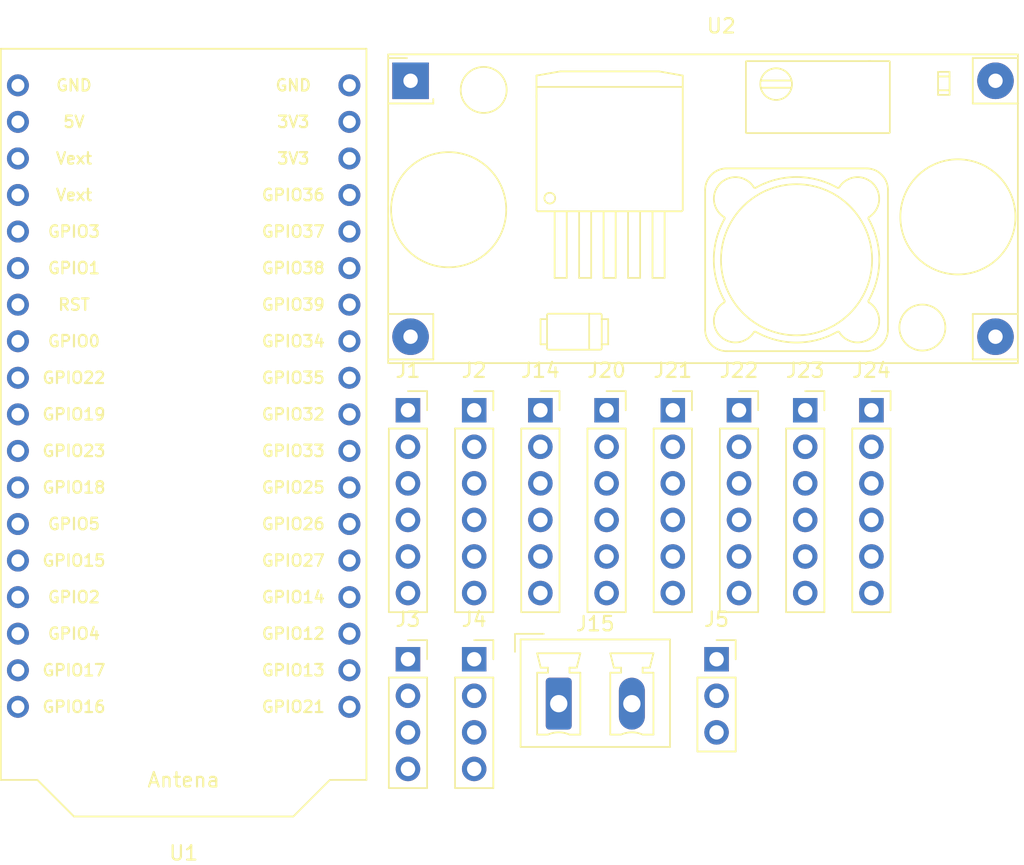
<source format=kicad_pcb>
(kicad_pcb (version 20221018) (generator pcbnew)
  (layers (0 "F.Cu" signal) (31 "B.Cu" signal) (34 "B.Paste" user) (35 "F.Paste" user) (36 "B.SilkS" user "B.Silkscreen") (37 "F.SilkS" user "F.Silkscreen") (38 "B.Mask" user) (39 "F.Mask" user) (44 "Edge.Cuts" user))
  (net 0 "")
  (net 3 "Net-(J1-Pin_3)")
  (net 4 "Net-(J1-Pin_4)")
  (net 5 "GND")
  (net 6 "+3.3V")
  (net 7 "+5V")
  (net 8 "Net-(J2-Pin_3)")
  (net 9 "Net-(J2-Pin_4)")
  (net 10 "Net-(J10-Pin_2)")
  (net 11 "Net-(J11-Pin_2)")
  (net 12 "Net-(J18-Pin_2)")
  (net 13 "Net-(J19-Pin_2)")
  (net 14 "Net-(J4-GPIO21)")
  (net 16 "Net-(J13-Pin_2)")
  (net 17 "+12V")
  (net 18 "GNDREF")
  (net 21 "TX")
  (net 22 "RX")
  (net 27 "GPIO23")
  (net 30 "GPIO15")
  (net 32 "GPIO4")
  (net 33 "GPIO17")
  (net 35 "GPIO21")
  (net 36 "GPIO13")
  (net 37 "GPIO12")
  (footprint "Connector_PinSocket_2.54mm:PinSocket_1x06_P2.54mm_Vertical" (layer "F.Cu") (at 127.82 82.55)
    (fp_text reference "J1" (at 0 -2.77) (layer "F.SilkS"))
    (fp_text value "RTCLOCK")
    (fp_line (start -1.33 1.27) (end -1.33 14.03) (stroke (width 0.12)) (layer "F.SilkS"))
    (fp_line (start -1.33 1.27) (end 1.33 1.27) (stroke (width 0.12)) (layer "F.SilkS"))
    (fp_line (start -1.33 14.03) (end 1.33 14.03) (stroke (width 0.12)) (layer "F.SilkS"))
    (fp_line (start 0 -1.33) (end 1.33 -1.33) (stroke (width 0.12)) (layer "F.SilkS"))
    (fp_line (start 1.33 -1.33) (end 1.33 0) (stroke (width 0.12)) (layer "F.SilkS"))
    (fp_line (start 1.33 1.27) (end 1.33 14.03) (stroke (width 0.12)) (layer "F.SilkS"))
    (pad "1" thru_hole rect (at 0 0) (size 1.7 1.7) (drill 1) (layers "*.Cu" "*.Mask"))
    (pad "2" thru_hole oval (at 0 2.54) (size 1.7 1.7) (drill 1) (layers "*.Cu" "*.Mask"))
    (pad "3" thru_hole oval (at 0 5.08) (size 1.7 1.7) (drill 1) (layers "*.Cu" "*.Mask") (net 3 "Net-(J1-Pin_3)"))
    (pad "4" thru_hole oval (at 0 7.62) (size 1.7 1.7) (drill 1) (layers "*.Cu" "*.Mask") (net 4 "Net-(J1-Pin_4)"))
    (pad "5" thru_hole oval (at 0 10.16) (size 1.7 1.7) (drill 1) (layers "*.Cu" "*.Mask") (net 5 "GND"))
    (pad "6" thru_hole oval (at 0 12.7) (size 1.7 1.7) (drill 1) (layers "*.Cu" "*.Mask") (net 6 "+3.3V"))
  )
  (footprint "Connector_PinSocket_2.54mm:PinSocket_1x06_P2.54mm_Vertical" (layer "F.Cu") (at 141.62 82.55)
    (fp_text reference "J20" (at 0 -2.77) (layer "F.SilkS"))
    (fp_text value "Conn_01x06_Socket")
    (fp_line (start -1.33 1.27) (end -1.33 14.03) (stroke (width 0.12)) (layer "F.SilkS"))
    (fp_line (start -1.33 1.27) (end 1.33 1.27) (stroke (width 0.12)) (layer "F.SilkS"))
    (fp_line (start -1.33 14.03) (end 1.33 14.03) (stroke (width 0.12)) (layer "F.SilkS"))
    (fp_line (start 0 -1.33) (end 1.33 -1.33) (stroke (width 0.12)) (layer "F.SilkS"))
    (fp_line (start 1.33 -1.33) (end 1.33 0) (stroke (width 0.12)) (layer "F.SilkS"))
    (fp_line (start 1.33 1.27) (end 1.33 14.03) (stroke (width 0.12)) (layer "F.SilkS"))
    (pad "1" thru_hole rect (at 0 0) (size 1.7 1.7) (drill 1) (layers "*.Cu" "*.Mask") (net 18 "GNDREF"))
    (pad "2" thru_hole oval (at 0 2.54) (size 1.7 1.7) (drill 1) (layers "*.Cu" "*.Mask") (net 18 "GNDREF"))
    (pad "3" thru_hole oval (at 0 5.08) (size 1.7 1.7) (drill 1) (layers "*.Cu" "*.Mask") (net 18 "GNDREF"))
    (pad "4" thru_hole oval (at 0 7.62) (size 1.7 1.7) (drill 1) (layers "*.Cu" "*.Mask") (net 18 "GNDREF"))
    (pad "5" thru_hole oval (at 0 10.16) (size 1.7 1.7) (drill 1) (layers "*.Cu" "*.Mask") (net 18 "GNDREF"))
    (pad "6" thru_hole oval (at 0 12.7) (size 1.7 1.7) (drill 1) (layers "*.Cu" "*.Mask") (net 18 "GNDREF"))
  )
  (footprint "Connector_PinSocket_2.54mm:PinSocket_1x06_P2.54mm_Vertical" (layer "F.Cu") (at 150.82 82.55)
    (fp_text reference "J22" (at 0 -2.77) (layer "F.SilkS"))
    (fp_text value "Conn_01x06_Socket")
    (fp_line (start -1.33 1.27) (end -1.33 14.03) (stroke (width 0.12)) (layer "F.SilkS"))
    (fp_line (start -1.33 1.27) (end 1.33 1.27) (stroke (width 0.12)) (layer "F.SilkS"))
    (fp_line (start -1.33 14.03) (end 1.33 14.03) (stroke (width 0.12)) (layer "F.SilkS"))
    (fp_line (start 0 -1.33) (end 1.33 -1.33) (stroke (width 0.12)) (layer "F.SilkS"))
    (fp_line (start 1.33 -1.33) (end 1.33 0) (stroke (width 0.12)) (layer "F.SilkS"))
    (fp_line (start 1.33 1.27) (end 1.33 14.03) (stroke (width 0.12)) (layer "F.SilkS"))
    (pad "1" thru_hole rect (at 0 0) (size 1.7 1.7) (drill 1) (layers "*.Cu" "*.Mask") (net 5 "GND"))
    (pad "2" thru_hole oval (at 0 2.54) (size 1.7 1.7) (drill 1) (layers "*.Cu" "*.Mask") (net 5 "GND"))
    (pad "3" thru_hole oval (at 0 5.08) (size 1.7 1.7) (drill 1) (layers "*.Cu" "*.Mask") (net 5 "GND"))
    (pad "4" thru_hole oval (at 0 7.62) (size 1.7 1.7) (drill 1) (layers "*.Cu" "*.Mask") (net 5 "GND"))
    (pad "5" thru_hole oval (at 0 10.16) (size 1.7 1.7) (drill 1) (layers "*.Cu" "*.Mask") (net 5 "GND"))
    (pad "6" thru_hole oval (at 0 12.7) (size 1.7 1.7) (drill 1) (layers "*.Cu" "*.Mask") (net 5 "GND"))
  )
  (footprint "Connector_PinSocket_2.54mm:PinSocket_1x06_P2.54mm_Vertical" (layer "F.Cu") (at 132.42 82.55)
    (fp_text reference "J2" (at 0 -2.77) (layer "F.SilkS"))
    (fp_text value "SDCARD")
    (fp_line (start -1.33 1.27) (end -1.33 14.03) (stroke (width 0.12)) (layer "F.SilkS"))
    (fp_line (start -1.33 1.27) (end 1.33 1.27) (stroke (width 0.12)) (layer "F.SilkS"))
    (fp_line (start -1.33 14.03) (end 1.33 14.03) (stroke (width 0.12)) (layer "F.SilkS"))
    (fp_line (start 0 -1.33) (end 1.33 -1.33) (stroke (width 0.12)) (layer "F.SilkS"))
    (fp_line (start 1.33 -1.33) (end 1.33 0) (stroke (width 0.12)) (layer "F.SilkS"))
    (fp_line (start 1.33 1.27) (end 1.33 14.03) (stroke (width 0.12)) (layer "F.SilkS"))
    (pad "1" thru_hole rect (at 0 0) (size 1.7 1.7) (drill 1) (layers "*.Cu" "*.Mask") (net 5 "GND"))
    (pad "2" thru_hole oval (at 0 2.54) (size 1.7 1.7) (drill 1) (layers "*.Cu" "*.Mask") (net 7 "+5V"))
    (pad "3" thru_hole oval (at 0 5.08) (size 1.7 1.7) (drill 1) (layers "*.Cu" "*.Mask") (net 8 "Net-(J2-Pin_3)"))
    (pad "4" thru_hole oval (at 0 7.62) (size 1.7 1.7) (drill 1) (layers "*.Cu" "*.Mask") (net 9 "Net-(J2-Pin_4)"))
    (pad "5" thru_hole oval (at 0 10.16) (size 1.7 1.7) (drill 1) (layers "*.Cu" "*.Mask") (net 10 "Net-(J10-Pin_2)"))
    (pad "6" thru_hole oval (at 0 12.7) (size 1.7 1.7) (drill 1) (layers "*.Cu" "*.Mask") (net 11 "Net-(J11-Pin_2)"))
  )
  (footprint "Footprints:YAAJ_DCDC_StepDown_LM2596" (layer "F.Cu") (at 128 59.66)
    (fp_text reference "U2" (at 21.59 -3.81) (layer "F.SilkS"))
    (fp_text value "YAAJ_DCDC_StepDown_LM2596")
    (fp_line (start -1.555 -1.835) (end -1.555 19.615) (stroke (width 0.12)) (layer "F.SilkS"))
    (fp_line (start -1.555 19.615) (end 42.195 19.615) (stroke (width 0.12)) (layer "F.SilkS"))
    (fp_line (start -1.55 -1.58) (end -0.25 -1.58) (stroke (width 0.12)) (layer "F.SilkS"))
    (fp_line (start -1.55 1.575) (end 1.58 1.58) (stroke (width 0.12)) (layer "F.SilkS"))
    (fp_line (start -1.55 16.2) (end 1.58 16.2) (stroke (width 0.12)) (layer "F.SilkS"))
    (fp_line (start -1.55 19.36) (end 1.58 19.36) (stroke (width 0.12)) (layer "F.SilkS"))
    (fp_line (start 1.58 1.27) (end 1.58 1.58) (stroke (width 0.12)) (layer "F.SilkS"))
    (fp_line (start 1.58 16.2) (end 1.58 19.36) (stroke (width 0.12)) (layer "F.SilkS"))
    (fp_line (start 8.749233 1.004149) (end 8.749233 1.165687) (stroke (width 0.12)) (layer "F.SilkS"))
    (fp_line (start 8.750233 -0.36239) (end 10.400233 -0.653329) (stroke (width 0.12)) (layer "F.SilkS"))
    (fp_line (start 8.750233 8.989106) (end 8.750233 -0.36239) (stroke (width 0.12)) (layer "F.SilkS"))
    (fp_line (start 8.750233 8.989106) (end 8.827797 9.06667) (stroke (width 0.12)) (layer "F.SilkS"))
    (fp_line (start 8.827797 9.06667) (end 18.83267 9.06667) (stroke (width 0.12)) (layer "F.SilkS"))
    (fp_line (start 9.031636 16.558217) (end 9.481636 16.558217) (stroke (width 0.12)) (layer "F.SilkS"))
    (fp_line (start 9.031636 18.308217) (end 9.031636 16.558217) (stroke (width 0.12)) (layer "F.SilkS"))
    (fp_line (start 9.481636 18.308217) (end 9.031636 18.308217) (stroke (width 0.12)) (layer "F.SilkS"))
    (fp_line (start 9.481636 18.583217) (end 9.481636 16.283217) (stroke (width 0.12)) (layer "F.SilkS"))
    (fp_line (start 9.581636 16.183217) (end 13.181636 16.183217) (stroke (width 0.12)) (layer "F.SilkS"))
    (fp_line (start 10.010233 13.69667) (end 10.010233 9.06667) (stroke (width 0.12)) (layer "F.SilkS"))
    (fp_line (start 10.010233 13.69667) (end 10.850233 13.69667) (stroke (width 0.12)) (layer "F.SilkS"))
    (fp_line (start 10.400233 -0.653329) (end 17.260233 -0.653329) (stroke (width 0.12)) (layer "F.SilkS"))
    (fp_line (start 10.850233 13.69667) (end 10.850233 9.06667) (stroke (width 0.12)) (layer "F.SilkS"))
    (fp_line (start 11.710233 13.69667) (end 11.710233 9.06667) (stroke (width 0.12)) (layer "F.SilkS"))
    (fp_line (start 11.710233 13.69667) (end 12.550233 13.69667) (stroke (width 0.12)) (layer "F.SilkS"))
    (fp_line (start 12.411358 16.283217) (end 12.411358 18.583217) (stroke (width 0.12)) (layer "F.SilkS"))
    (fp_line (start 12.550233 13.69667) (end 12.550233 9.06667) (stroke (width 0.12)) (layer "F.SilkS"))
    (fp_line (start 13.181636 18.683217) (end 9.581636 18.683217) (stroke (width 0.12)) (layer "F.SilkS"))
    (fp_line (start 13.281636 16.283217) (end 13.281636 18.583217) (stroke (width 0.12)) (layer "F.SilkS"))
    (fp_line (start 13.281636 16.558217) (end 13.731636 16.558217) (stroke (width 0.12)) (layer "F.SilkS"))
    (fp_line (start 13.282636 16.794696) (end 13.282636 16.700144) (stroke (width 0.12)) (layer "F.SilkS"))
    (fp_line (start 13.410233 13.69667) (end 13.410233 9.06667) (stroke (width 0.12)) (layer "F.SilkS"))
    (fp_line (start 13.410233 13.69667) (end 14.250233 13.69667) (stroke (width 0.12)) (layer "F.SilkS"))
    (fp_line (start 13.731636 16.558217) (end 13.731636 18.308217) (stroke (width 0.12)) (layer "F.SilkS"))
    (fp_line (start 13.731636 18.308217) (end 13.281636 18.308217) (stroke (width 0.12)) (layer "F.SilkS"))
    (fp_line (start 14.250233 13.69667) (end 14.250233 9.06667) (stroke (width 0.12)) (layer "F.SilkS"))
    (fp_line (start 15.110233 13.69667) (end 15.110233 9.06667) (stroke (width 0.12)) (layer "F.SilkS"))
    (fp_line (start 15.110233 13.69667) (end 15.950233 13.69667) (stroke (width 0.12)) (layer "F.SilkS"))
    (fp_line (start 15.950233 13.69667) (end 15.950233 9.06667) (stroke (width 0.12)) (layer "F.SilkS"))
    (fp_line (start 16.810233 13.69667) (end 16.810233 9.06667) (stroke (width 0.12)) (layer "F.SilkS"))
    (fp_line (start 16.810233 13.69667) (end 17.650233 13.69667) (stroke (width 0.12)) (layer "F.SilkS"))
    (fp_line (start 17.260233 -0.653329) (end 18.910233 -0.36239) (stroke (width 0.12)) (layer "F.SilkS"))
    (fp_line (start 17.650233 13.69667) (end 17.650233 9.06667) (stroke (width 0.12)) (layer "F.SilkS"))
    (fp_line (start 18.83267 9.06667) (end 18.910233 8.989106) (stroke (width 0.12)) (layer "F.SilkS"))
    (fp_line (start 18.910233 0.42667) (end 8.750233 0.42667) (stroke (width 0.12)) (layer "F.SilkS"))
    (fp_line (start 18.910233 8.989106) (end 18.910233 -0.36239) (stroke (width 0.12)) (layer "F.SilkS"))
    (fp_line (start 20.467397 7.585796) (end 20.467397 17.285796) (stroke (width 0.12)) (layer "F.SilkS"))
    (fp_line (start 21.967397 18.785796) (end 31.667397 18.785796) (stroke (width 0.12)) (layer "F.SilkS"))
    (fp_line (start 23.299783 3.582294) (end 23.299783 -1.317705) (stroke (width 0.12)) (layer "F.SilkS"))
    (fp_line (start 23.349783 -1.367705) (end 33.249783 -1.367705) (stroke (width 0.12)) (layer "F.SilkS"))
    (fp_line (start 24.336385 -0.0491) (end 24.360553 -0.017705) (stroke (width 0.12)) (layer "F.SilkS"))
    (fp_line (start 24.348594 0.007294) (end 24.324147 0.002062) (stroke (width 0.12)) (layer "F.SilkS"))
    (fp_line (start 24.348594 0.007294) (end 24.355764 -0.023925) (stroke (width 0.12)) (layer "F.SilkS"))
    (fp_line (start 24.348594 0.007294) (end 24.360553 -0.017705) (stroke (width 0.12)) (layer "F.SilkS"))
    (fp_line (start 24.360553 0.482294) (end 26.439014 0.482294) (stroke (width 0.12)) (layer "F.SilkS"))
    (fp_line (start 26.439014 -0.017705) (end 24.360553 -0.017705) (stroke (width 0.12)) (layer "F.SilkS"))
    (fp_line (start 31.667397 6.085796) (end 21.967397 6.085796) (stroke (width 0.12)) (layer "F.SilkS"))
    (fp_line (start 31.858978 -1.368705) (end 31.814106 -1.368705) (stroke (width 0.12)) (layer "F.SilkS"))
    (fp_line (start 31.942312 -1.368705) (end 31.908357 -1.368705) (stroke (width 0.12)) (layer "F.SilkS"))
    (fp_line (start 33.167397 17.285796) (end 33.167397 7.585796) (stroke (width 0.12)) (layer "F.SilkS"))
    (fp_line (start 33.249783 3.632294) (end 23.349783 3.632294) (stroke (width 0.12)) (layer "F.SilkS"))
    (fp_line (start 33.299783 -1.317705) (end 33.299783 3.582294) (stroke (width 0.12)) (layer "F.SilkS"))
    (fp_line (start 36.648681 -0.299704) (end 37.448681 -0.299704) (stroke (width 0.12)) (layer "F.SilkS"))
    (fp_line (start 36.648681 0.980295) (end 36.648681 -0.619704) (stroke (width 0.12)) (layer "F.SilkS"))
    (fp_line (start 37.448681 -0.619704) (end 36.648681 -0.619704) (stroke (width 0.12)) (layer "F.SilkS"))
    (fp_line (start 37.448681 -0.619704) (end 37.448681 0.980295) (stroke (width 0.12)) (layer "F.SilkS"))
    (fp_line (start 37.448681 0.660295) (end 36.648681 0.660295) (stroke (width 0.12)) (layer "F.SilkS"))
    (fp_line (start 37.448681 0.980295) (end 36.648681 0.980295) (stroke (width 0.12)) (layer "F.SilkS"))
    (fp_line (start 39.06 -1.58) (end 42.175 -1.58) (stroke (width 0.12)) (layer "F.SilkS"))
    (fp_line (start 39.06 1.58) (end 39.06 -1.58) (stroke (width 0.12)) (layer "F.SilkS"))
    (fp_line (start 39.06 1.58) (end 42.22 1.58) (stroke (width 0.12)) (layer "F.SilkS"))
    (fp_line (start 39.06 16.2) (end 42.175 16.2) (stroke (width 0.12)) (layer "F.SilkS"))
    (fp_line (start 39.06 19.36) (end 39.06 16.2) (stroke (width 0.12)) (layer "F.SilkS"))
    (fp_line (start 39.06 19.36) (end 42.175 19.36) (stroke (width 0.12)) (layer "F.SilkS"))
    (fp_line (start 42.195 -1.835) (end -1.555 -1.835) (stroke (width 0.12)) (layer "F.SilkS"))
    (fp_line (start 42.195 19.615) (end 42.195 -1.835) (stroke (width 0.12)) (layer "F.SilkS"))
    (fp_arc (start 9.481636 16.283217) (mid 9.510925 16.212506) (end 9.581636 16.183217) (stroke (width 0.12)) (layer "F.SilkS"))
    (fp_arc (start 9.581636 18.683217) (mid 9.510925 18.653928) (end 9.481636 18.583217) (stroke (width 0.12)) (layer "F.SilkS"))
    (fp_arc (start 13.181636 16.183217) (mid 13.252347 16.212506) (end 13.281636 16.283217) (stroke (width 0.12)) (layer "F.SilkS"))
    (fp_arc (start 13.281636 18.583217) (mid 13.252347 18.653928) (end 13.181636 18.683217) (stroke (width 0.12)) (layer "F.SilkS"))
    (fp_arc (start 20.467397 7.585796) (mid 20.906737 6.525136) (end 21.967397 6.085796) (stroke (width 0.12)) (layer "F.SilkS"))
    (fp_arc (start 21.781131 9.46601) (mid 21.825145 9.526245) (end 21.815218 9.600183) (stroke (width 0.12)) (layer "F.SilkS"))
    (fp_arc (start 21.781132 9.466011) (mid 21.514096 7.132496) (end 23.847611 7.399531) (stroke (width 0.12)) (layer "F.SilkS"))
    (fp_arc (start 21.815217 15.271409) (mid 21.825145 15.345347) (end 21.781132 15.405582) (stroke (width 0.12)) (layer "F.SilkS"))
    (fp_arc (start 21.815218 15.27141) (mid 21.067397 12.435796) (end 21.815218 9.600183) (stroke (width 0.12)) (layer "F.SilkS"))
    (fp_arc (start 21.967397 18.785796) (mid 20.906737 18.346456) (end 20.467397 17.285796) (stroke (width 0.12)) (layer "F.SilkS"))
    (fp_arc (start 23.299783 -1.317705) (mid 23.314428 -1.35306) (end 23.349783 -1.367705) (stroke (width 0.12)) (layer "F.SilkS"))
    (fp_arc (start 23.349783 3.632294) (mid 23.314428 3.617649) (end 23.299783 3.582294) (stroke (width 0.12)) (layer "F.SilkS"))
    (fp_arc (start 23.847611 17.472062) (mid 21.514095 17.739097) (end 21.781132 15.405582) (stroke (width 0.12)) (layer "F.SilkS"))
    (fp_arc (start 23.847611 17.472062) (mid 23.907845 17.428049) (end 23.981783 17.437976) (stroke (width 0.12)) (layer "F.SilkS"))
    (fp_arc (start 23.981783 7.433617) (mid 23.907845 7.443544) (end 23.847611 7.399531) (stroke (width 0.12)) (layer "F.SilkS"))
    (fp_arc (start 23.981784 7.433617) (mid 26.817397 6.685796) (end 29.653011 7.433617) (stroke (width 0.12)) (layer "F.SilkS"))
    (fp_arc (start 24.324148 0.462527) (mid 26.469605 -0.023594) (end 24.336385 0.51369) (stroke (width 0.12)) (layer "F.SilkS"))
    (fp_arc (start 29.653011 17.437976) (mid 26.817397 18.185797) (end 23.981783 17.437976) (stroke (width 0.12)) (layer "F.SilkS"))
    (fp_arc (start 29.653011 17.437976) (mid 29.726949 17.428049) (end 29.787183 17.472062) (stroke (width 0.12)) (layer "F.SilkS"))
    (fp_arc (start 29.787183 7.399531) (mid 29.726949 7.443544) (end 29.653011 7.433617) (stroke (width 0.12)) (layer "F.SilkS"))
    (fp_arc (start 29.787183 7.399531) (mid 32.120699 7.132496) (end 31.853662 9.466011) (stroke (width 0.12)) (layer "F.SilkS"))
    (fp_arc (start 31.667397 6.085796) (mid 32.728057 6.525136) (end 33.167397 7.585796) (stroke (width 0.12)) (layer "F.SilkS"))
    (fp_arc (start 31.819576 9.600183) (mid 32.567397 12.435796) (end 31.819576 15.27141) (stroke (width 0.12)) (layer "F.SilkS"))
    (fp_arc (start 31.819577 9.600184) (mid 31.809649 9.526246) (end 31.853662 9.466011) (stroke (width 0.12)) (layer "F.SilkS"))
    (fp_arc (start 31.853662 15.405582) (mid 32.120698 17.739097) (end 29.787183 17.472062) (stroke (width 0.12)) (layer "F.SilkS"))
    (fp_arc (start 31.853663 15.405583) (mid 31.809649 15.345348) (end 31.819576 15.27141) (stroke (width 0.12)) (layer "F.SilkS"))
    (fp_arc (start 33.167397 17.285796) (mid 32.728057 18.346456) (end 31.667397 18.785796) (stroke (width 0.12)) (layer "F.SilkS"))
    (fp_arc (start 33.249783 -1.367705) (mid 33.285138 -1.35306) (end 33.299783 -1.317705) (stroke (width 0.12)) (layer "F.SilkS"))
    (fp_arc (start 33.299783 3.582294) (mid 33.285138 3.617649) (end 33.249783 3.632294) (stroke (width 0.12)) (layer "F.SilkS"))
    (fp_circle (center 2.646666 8.957418) (end 6.646666 8.957418) (stroke (width 0.12)) (fill none) (layer "F.SilkS"))
    (fp_circle (center 5.08 0.635) (end 6.678999 0.635) (stroke (width 0.12)) (fill none) (layer "F.SilkS"))
    (fp_circle (center 9.673179 8.154594) (end 10.048179 8.154594) (stroke (width 0.12)) (fill none) (layer "F.SilkS"))
    (fp_circle (center 26.817397 12.435796) (end 32.067397 12.435796) (stroke (width 0.12)) (fill none) (layer "F.SilkS"))
    (fp_circle (center 35.56 17.145) (end 37.159 17.145) (stroke (width 0.12)) (fill none) (layer "F.SilkS"))
    (fp_circle (center 38.029307 9.455206) (end 42.029307 9.455206) (stroke (width 0.12)) (fill none) (layer "F.SilkS"))
    (pad "1" thru_hole rect (at 0 0) (size 2.54 2.54) (drill 1) (layers "*.Cu" "*.Mask") (net 17 "+12V"))
    (pad "2" thru_hole circle (at 0 17.78) (size 2.54 2.54) (drill 1) (layers "*.Cu" "*.Mask") (net 18 "GNDREF"))
    (pad "3" thru_hole circle (at 40.64 17.78) (size 2.54 2.54) (drill 1) (layers "*.Cu" "*.Mask") (net 5 "GND"))
    (pad "4" thru_hole circle (at 40.64 0) (size 2.54 2.54) (drill 1) (layers "*.Cu" "*.Mask") (net 7 "+5V"))
  )
  (footprint "Connector_PinSocket_2.54mm:PinSocket_1x06_P2.54mm_Vertical" (layer "F.Cu") (at 155.42 82.55)
    (fp_text reference "J23" (at 0 -2.77) (layer "F.SilkS"))
    (fp_text value "Conn_01x06_Socket")
    (fp_line (start -1.33 1.27) (end -1.33 14.03) (stroke (width 0.12)) (layer "F.SilkS"))
    (fp_line (start -1.33 1.27) (end 1.33 1.27) (stroke (width 0.12)) (layer "F.SilkS"))
    (fp_line (start -1.33 14.03) (end 1.33 14.03) (stroke (width 0.12)) (layer "F.SilkS"))
    (fp_line (start 0 -1.33) (end 1.33 -1.33) (stroke (width 0.12)) (layer "F.SilkS"))
    (fp_line (start 1.33 -1.33) (end 1.33 0) (stroke (width 0.12)) (layer "F.SilkS"))
    (fp_line (start 1.33 1.27) (end 1.33 14.03) (stroke (width 0.12)) (layer "F.SilkS"))
    (pad "1" thru_hole rect (at 0 0) (size 1.7 1.7) (drill 1) (layers "*.Cu" "*.Mask") (net 6 "+3.3V"))
    (pad "2" thru_hole oval (at 0 2.54) (size 1.7 1.7) (drill 1) (layers "*.Cu" "*.Mask") (net 6 "+3.3V"))
    (pad "3" thru_hole oval (at 0 5.08) (size 1.7 1.7) (drill 1) (layers "*.Cu" "*.Mask") (net 6 "+3.3V"))
    (pad "4" thru_hole oval (at 0 7.62) (size 1.7 1.7) (drill 1) (layers "*.Cu" "*.Mask") (net 6 "+3.3V"))
    (pad "5" thru_hole oval (at 0 10.16) (size 1.7 1.7) (drill 1) (layers "*.Cu" "*.Mask") (net 6 "+3.3V"))
    (pad "6" thru_hole oval (at 0 12.7) (size 1.7 1.7) (drill 1) (layers "*.Cu" "*.Mask") (net 6 "+3.3V"))
  )
  (footprint "Connector_PinSocket_2.54mm:PinSocket_1x04_P2.54mm_Vertical" (layer "F.Cu") (at 132.42 99.85)
    (fp_text reference "J4" (at 0 -2.77) (layer "F.SilkS"))
    (fp_text value "DHT11")
    (fp_line (start -1.33 1.27) (end -1.33 8.95) (stroke (width 0.12)) (layer "F.SilkS"))
    (fp_line (start -1.33 1.27) (end 1.33 1.27) (stroke (width 0.12)) (layer "F.SilkS"))
    (fp_line (start -1.33 8.95) (end 1.33 8.95) (stroke (width 0.12)) (layer "F.SilkS"))
    (fp_line (start 0 -1.33) (end 1.33 -1.33) (stroke (width 0.12)) (layer "F.SilkS"))
    (fp_line (start 1.33 -1.33) (end 1.33 0) (stroke (width 0.12)) (layer "F.SilkS"))
    (fp_line (start 1.33 1.27) (end 1.33 8.95) (stroke (width 0.12)) (layer "F.SilkS"))
    (pad "1" thru_hole rect (at 0 0) (size 1.7 1.7) (drill 1) (layers "*.Cu" "*.Mask") (net 6 "+3.3V"))
    (pad "2" thru_hole oval (at 0 2.54) (size 1.7 1.7) (drill 1) (layers "*.Cu" "*.Mask") (net 14 "Net-(J4-GPIO21)"))
    (pad "3" thru_hole oval (at 0 5.08) (size 1.7 1.7) (drill 1) (layers "*.Cu" "*.Mask"))
    (pad "4" thru_hole oval (at 0 7.62) (size 1.7 1.7) (drill 1) (layers "*.Cu" "*.Mask") (net 5 "GND"))
  )
  (footprint "Connector_PinSocket_2.54mm:PinSocket_1x06_P2.54mm_Vertical" (layer "F.Cu") (at 160.02 82.55)
    (fp_text reference "J24" (at 0 -2.77) (layer "F.SilkS"))
    (fp_text value "Conn_01x06_Socket")
    (fp_line (start -1.33 1.27) (end -1.33 14.03) (stroke (width 0.12)) (layer "F.SilkS"))
    (fp_line (start -1.33 1.27) (end 1.33 1.27) (stroke (width 0.12)) (layer "F.SilkS"))
    (fp_line (start -1.33 14.03) (end 1.33 14.03) (stroke (width 0.12)) (layer "F.SilkS"))
    (fp_line (start 0 -1.33) (end 1.33 -1.33) (stroke (width 0.12)) (layer "F.SilkS"))
    (fp_line (start 1.33 -1.33) (end 1.33 0) (stroke (width 0.12)) (layer "F.SilkS"))
    (fp_line (start 1.33 1.27) (end 1.33 14.03) (stroke (width 0.12)) (layer "F.SilkS"))
    (pad "1" thru_hole rect (at 0 0) (size 1.7 1.7) (drill 1) (layers "*.Cu" "*.Mask") (net 5 "GND"))
    (pad "2" thru_hole oval (at 0 2.54) (size 1.7 1.7) (drill 1) (layers "*.Cu" "*.Mask") (net 5 "GND"))
    (pad "3" thru_hole oval (at 0 5.08) (size 1.7 1.7) (drill 1) (layers "*.Cu" "*.Mask") (net 5 "GND"))
    (pad "4" thru_hole oval (at 0 7.62) (size 1.7 1.7) (drill 1) (layers "*.Cu" "*.Mask") (net 5 "GND"))
    (pad "5" thru_hole oval (at 0 10.16) (size 1.7 1.7) (drill 1) (layers "*.Cu" "*.Mask") (net 5 "GND"))
    (pad "6" thru_hole oval (at 0 12.7) (size 1.7 1.7) (drill 1) (layers "*.Cu" "*.Mask") (net 5 "GND"))
  )
  (footprint "Connector_PinSocket_2.54mm:PinSocket_1x03_P2.54mm_Vertical" (layer "F.Cu") (at 149.26 99.85)
    (fp_text reference "J5" (at 0 -2.77) (layer "F.SilkS"))
    (fp_text value "RELE 5V")
    (fp_line (start -1.33 1.27) (end -1.33 6.41) (stroke (width 0.12)) (layer "F.SilkS"))
    (fp_line (start -1.33 1.27) (end 1.33 1.27) (stroke (width 0.12)) (layer "F.SilkS"))
    (fp_line (start -1.33 6.41) (end 1.33 6.41) (stroke (width 0.12)) (layer "F.SilkS"))
    (fp_line (start 0 -1.33) (end 1.33 -1.33) (stroke (width 0.12)) (layer "F.SilkS"))
    (fp_line (start 1.33 -1.33) (end 1.33 0) (stroke (width 0.12)) (layer "F.SilkS"))
    (fp_line (start 1.33 1.27) (end 1.33 6.41) (stroke (width 0.12)) (layer "F.SilkS"))
    (pad "1" thru_hole rect (at 0 0) (size 1.7 1.7) (drill 1) (layers "*.Cu" "*.Mask") (net 16 "Net-(J13-Pin_2)"))
    (pad "2" thru_hole oval (at 0 2.54) (size 1.7 1.7) (drill 1) (layers "*.Cu" "*.Mask") (net 7 "+5V"))
    (pad "3" thru_hole oval (at 0 5.08) (size 1.7 1.7) (drill 1) (layers "*.Cu" "*.Mask") (net 5 "GND"))
  )
  (footprint "Connector_PinSocket_2.54mm:PinSocket_1x04_P2.54mm_Vertical" (layer "F.Cu") (at 127.82 99.85)
    (fp_text reference "J3" (at 0 -2.77) (layer "F.SilkS"))
    (fp_text value "GPS")
    (fp_line (start -1.33 1.27) (end -1.33 8.95) (stroke (width 0.12)) (layer "F.SilkS"))
    (fp_line (start -1.33 1.27) (end 1.33 1.27) (stroke (width 0.12)) (layer "F.SilkS"))
    (fp_line (start -1.33 8.95) (end 1.33 8.95) (stroke (width 0.12)) (layer "F.SilkS"))
    (fp_line (start 0 -1.33) (end 1.33 -1.33) (stroke (width 0.12)) (layer "F.SilkS"))
    (fp_line (start 1.33 -1.33) (end 1.33 0) (stroke (width 0.12)) (layer "F.SilkS"))
    (fp_line (start 1.33 1.27) (end 1.33 8.95) (stroke (width 0.12)) (layer "F.SilkS"))
    (pad "1" thru_hole rect (at 0 0) (size 1.7 1.7) (drill 1) (layers "*.Cu" "*.Mask") (net 5 "GND"))
    (pad "2" thru_hole oval (at 0 2.54) (size 1.7 1.7) (drill 1) (layers "*.Cu" "*.Mask") (net 12 "Net-(J18-Pin_2)"))
    (pad "3" thru_hole oval (at 0 5.08) (size 1.7 1.7) (drill 1) (layers "*.Cu" "*.Mask") (net 13 "Net-(J19-Pin_2)"))
    (pad "4" thru_hole oval (at 0 7.62) (size 1.7 1.7) (drill 1) (layers "*.Cu" "*.Mask") (net 6 "+3.3V"))
  )
  (footprint "Heltec_wifi_LoRa_v2:Heltec_WiFi_LoRa_V2" (layer "F.Cu") (at 112.235 85.375)
    (fp_text reference "U1" (at 0 27.94) (layer "F.SilkS"))
    (fp_text value "Heltec_Wifi_LoRa_V1")
    (fp_text user "GPIO4" (at -7.62 12.7) (layer "F.SilkS") (effects (font (size 0.8 0.8))))
    (fp_text user "GPIO18" (at -7.62 2.54) (layer "F.SilkS") (effects (font (size 0.8 0.8))))
    (fp_text user "GPIO3" (at -7.62 -15.24) (layer "F.SilkS") (effects (font (size 0.8 0.8))))
    (fp_text user "GPIO34" (at 7.62 -7.62) (layer "F.SilkS") (effects (font (size 0.8 0.8))))
    (fp_text user "GPIO13" (at 7.62 15.24) (layer "F.SilkS") (effects (font (size 0.8 0.8))))
    (fp_text user "3V3" (at 7.62 -20.32) (layer "F.SilkS") (effects (font (size 0.8 0.8))))
    (fp_text user "GPIO17" (at -7.62 15.24) (layer "F.SilkS") (effects (font (size 0.8 0.8))))
    (fp_text user "GPIO2" (at -7.62 10.16) (layer "F.SilkS") (effects (font (size 0.8 0.8))))
    (fp_text user "3V3" (at 7.62 -22.86) (layer "F.SilkS") (effects (font (size 0.8 0.8))))
    (fp_text user "RST" (at -7.62 -10.16) (layer "F.SilkS") (effects (font (size 0.8 0.8))))
    (fp_text user "Vext" (at -7.62 -17.78) (layer "F.SilkS") (effects (font (size 0.8 0.8))))
    (fp_text user "GPIO35" (at 7.62 -5.08) (layer "F.SilkS") (effects (font (size 0.8 0.8))))
    (fp_text user "GPIO36" (at 7.62 -17.78) (layer "F.SilkS") (effects (font (size 0.8 0.8))))
    (fp_text user "GPIO15" (at -7.62 7.62) (layer "F.SilkS") (effects (font (size 0.8 0.8))))
    (fp_text user "GPIO21" (at 7.62 17.78) (layer "F.SilkS") (effects (font (size 0.8 0.8))))
    (fp_text user "GPIO39" (at 7.62 -10.16) (layer "F.SilkS") (effects (font (size 0.8 0.8))))
    (fp_text user "GPIO27" (at 7.62 7.62) (layer "F.SilkS") (effects (font (size 0.8 0.8))))
    (fp_text user "GPIO22" (at -7.62 -5.08) (layer "F.SilkS") (effects (font (size 0.8 0.8))))
    (fp_text user "GPIO33" (at 7.62 0) (layer "F.SilkS") (effects (font (size 0.8 0.8))))
    (fp_text user "5V" (at -7.62 -22.86) (layer "F.SilkS") (effects (font (size 0.8 0.8))))
    (fp_text user "GND" (at -7.62 -25.4) (layer "F.SilkS") (effects (font (size 0.8 0.8))))
    (fp_text user "GPIO1" (at -7.62 -12.7) (layer "F.SilkS") (effects (font (size 0.8 0.8))))
    (fp_text user "GPIO14" (at 7.62 10.16) (layer "F.SilkS") (effects (font (size 0.8 0.8))))
    (fp_text user "GPIO5" (at -7.62 5.08) (layer "F.SilkS") (effects (font (size 0.8 0.8))))
    (fp_text user "Vext" (at -7.62 -20.32) (layer "F.SilkS") (effects (font (size 0.8 0.8))))
    (fp_text user "GPIO37" (at 7.62 -15.24) (layer "F.SilkS") (effects (font (size 0.8 0.8))))
    (fp_text user "GPIO12" (at 7.62 12.7) (layer "F.SilkS") (effects (font (size 0.8 0.8))))
    (fp_text user "GPIO26" (at 7.62 5.08) (layer "F.SilkS") (effects (font (size 0.8 0.8))))
    (fp_text user "GND" (at 7.62 -25.4) (layer "F.SilkS") (effects (font (size 0.8 0.8))))
    (fp_text user "GPIO32" (at 7.62 -2.54) (layer "F.SilkS") (effects (font (size 0.8 0.8))))
    (fp_text user "GPIO38" (at 7.62 -12.7) (layer "F.SilkS") (effects (font (size 0.8 0.8))))
    (fp_text user "GPIO25" (at 7.62 2.54) (layer "F.SilkS") (effects (font (size 0.8 0.8))))
    (fp_text user "Antena" (at 0 22.86) (layer "F.SilkS"))
    (fp_text user "GPIO0" (at -7.62 -7.62) (layer "F.SilkS") (effects (font (size 0.8 0.8))))
    (fp_text user "GPIO23" (at -7.62 0) (layer "F.SilkS") (effects (font (size 0.8 0.8))))
    (fp_text user "GPIO19" (at -7.62 -2.54) (layer "F.SilkS") (effects (font (size 0.8 0.8))))
    (fp_text user "GPIO16" (at -7.62 17.78) (layer "F.SilkS") (effects (font (size 0.8 0.8))))
    (fp_line (start -12.7 -27.94) (end -12.7 17.78) (stroke (width 0.12)) (layer "F.SilkS"))
    (fp_line (start -12.7 -27.94) (end 12.7 -27.94) (stroke (width 0.12)) (layer "F.SilkS"))
    (fp_line (start -12.7 17.78) (end -12.7 22.86) (stroke (width 0.12)) (layer "F.SilkS"))
    (fp_line (start -12.7 22.86) (end -10.16 22.86) (stroke (width 0.12)) (layer "F.SilkS"))
    (fp_line (start -10.16 22.86) (end -7.62 25.4) (stroke (width 0.12)) (layer "F.SilkS"))
    (fp_line (start -7.62 25.4) (end 7.62 25.4) (stroke (width 0.12)) (layer "F.SilkS"))
    (fp_line (start 7.62 25.4) (end 10.16 22.86) (stroke (width 0.12)) (layer "F.SilkS"))
    (fp_line (start 10.16 22.86) (end 12.7 22.86) (stroke (width 0.12)) (layer "F.SilkS"))
    (fp_line (start 12.7 17.78) (end 12.7 -27.94) (stroke (width 0.12)) (layer "F.SilkS"))
    (fp_line (start 12.7 22.86) (end 12.7 17.78) (stroke (width 0.12)) (layer "F.SilkS"))
    (pad "1" thru_hole circle (at -11.515 -25.4) (size 1.524 1.524) (drill 0.9) (layers "*.Cu" "*.Mask") (net 5 "GND"))
    (pad "2" thru_hole circle (at -11.515 -22.86) (size 1.524 1.524) (drill 0.9) (layers "*.Cu" "*.Mask") (net 7 "+5V"))
    (pad "3" thru_hole circle (at -11.515 -20.32) (size 1.524 1.524) (drill 0.9) (layers "*.Cu" "*.Mask"))
    (pad "4" thru_hole circle (at -11.515 -17.78) (size 1.524 1.524) (drill 0.9) (layers "*.Cu" "*.Mask"))
    (pad "5" thru_hole circle (at -11.515 -15.24) (size 1.524 1.524) (drill 0.9) (layers "*.Cu" "*.Mask") (net 21 "TX"))
    (pad "6" thru_hole circle (at -11.515 -12.7) (size 1.524 1.524) (drill 0.9) (layers "*.Cu" "*.Mask") (net 22 "RX"))
    (pad "7" thru_hole circle (at -11.515 -10.16) (size 1.524 1.524) (drill 0.9) (layers "*.Cu" "*.Mask"))
    (pad "8" thru_hole circle (at -11.515 -7.62) (size 1.524 1.524) (drill 0.9) (layers "*.Cu" "*.Mask"))
    (pad "9" thru_hole circle (at -11.515 -5.08) (size 1.524 1.524) (drill 0.9) (layers "*.Cu" "*.Mask"))
    (pad "10" thru_hole circle (at -11.515 -2.54) (size 1.524 1.524) (drill 0.9) (layers "*.Cu" "*.Mask"))
    (pad "11" thru_hole circle (at -11.515 0) (size 1.524 1.524) (drill 0.9) (layers "*.Cu" "*.Mask") (net 27 "GPIO23"))
    (pad "12" thru_hole circle (at -11.515 2.54) (size 1.524 1.524) (drill 0.9) (layers "*.Cu" "*.Mask"))
    (pad "13" thru_hole circle (at -11.515 5.08) (size 1.524 1.524) (drill 0.9) (layers "*.Cu" "*.Mask"))
    (pad "14" thru_hole circle (at -11.515 7.62) (size 1.524 1.524) (drill 0.9) (layers "*.Cu" "*.Mask") (net 30 "GPIO15"))
    (pad "15" thru_hole circle (at -11.515 10.16) (size 1.524 1.524) (drill 0.9) (layers "*.Cu" "*.Mask"))
    (pad "16" thru_hole circle (at -11.515 12.7) (size 1.524 1.524) (drill 0.9) (layers "*.Cu" "*.Mask") (net 32 "GPIO4"))
    (pad "17" thru_hole circle (at -11.515 15.24) (size 1.524 1.524) (drill 0.9) (layers "*.Cu" "*.Mask") (net 33 "GPIO17"))
    (pad "18" thru_hole circle (at -11.515 17.78) (size 1.524 1.524) (drill 0.9) (layers "*.Cu" "*.Mask"))
    (pad "19" thru_hole circle (at 11.515 17.78) (size 1.524 1.524) (drill 0.9) (layers "*.Cu" "*.Mask") (net 35 "GPIO21"))
    (pad "20" thru_hole circle (at 11.515 15.24) (size 1.524 1.524) (drill 0.9) (layers "*.Cu" "*.Mask") (net 36 "GPIO13"))
    (pad "21" thru_hole circle (at 11.515 12.7) (size 1.524 1.524) (drill 0.9) (layers "*.Cu" "*.Mask") (net 37 "GPIO12"))
    (pad "22" thru_hole circle (at 11.515 10.16) (size 1.524 1.524) (drill 0.9) (layers "*.Cu" "*.Mask"))
    (pad "23" thru_hole circle (at 11.515 7.62) (size 1.524 1.524) (drill 0.9) (layers "*.Cu" "*.Mask"))
    (pad "24" thru_hole circle (at 11.515 5.08) (size 1.524 1.524) (drill 0.9) (layers "*.Cu" "*.Mask"))
    (pad "25" thru_hole circle (at 11.515 2.54) (size 1.524 1.524) (drill 0.9) (layers "*.Cu" "*.Mask"))
    (pad "26" thru_hole circle (at 11.515 0) (size 1.524 1.524) (drill 0.9) (layers "*.Cu" "*.Mask"))
    (pad "27" thru_hole circle (at 11.515 -2.54) (size 1.524 1.524) (drill 0.9) (layers "*.Cu" "*.Mask"))
    (pad "28" thru_hole circle (at 11.515 -5.08) (size 1.524 1.524) (drill 0.9) (layers "*.Cu" "*.Mask"))
    (pad "29" thru_hole circle (at 11.515 -7.62) (size 1.524 1.524) (drill 0.9) (layers "*.Cu" "*.Mask"))
    (pad "30" thru_hole circle (at 11.515 -10.16) (size 1.524 1.524) (drill 0.9) (layers "*.Cu" "*.Mask"))
    (pad "31" thru_hole circle (at 11.515 -12.7) (size 1.524 1.524) (drill 0.9) (layers "*.Cu" "*.Mask"))
    (pad "32" thru_hole circle (at 11.515 -15.24) (size 1.524 1.524) (drill 0.9) (layers "*.Cu" "*.Mask"))
    (pad "33" thru_hole circle (at 11.515 -17.78) (size 1.524 1.524) (drill 0.9) (layers "*.Cu" "*.Mask"))
    (pad "34" thru_hole circle (at 11.515 -20.32) (size 1.524 1.524) (drill 0.9) (layers "*.Cu" "*.Mask") (net 6 "+3.3V"))
    (pad "35" thru_hole circle (at 11.515 -22.86) (size 1.524 1.524) (drill 0.9) (layers "*.Cu" "*.Mask"))
    (pad "36" thru_hole circle (at 11.515 -25.4) (size 1.524 1.524) (drill 0.9) (layers "*.Cu" "*.Mask"))
  )
  (footprint "Connector_PinSocket_2.54mm:PinSocket_1x06_P2.54mm_Vertical" (layer "F.Cu") (at 137.02 82.55)
    (fp_text reference "J14" (at 0 -2.77) (layer "F.SilkS"))
    (fp_text value "Conn_01x06_Socket")
    (fp_line (start -1.33 1.27) (end -1.33 14.03) (stroke (width 0.12)) (layer "F.SilkS"))
    (fp_line (start -1.33 1.27) (end 1.33 1.27) (stroke (width 0.12)) (layer "F.SilkS"))
    (fp_line (start -1.33 14.03) (end 1.33 14.03) (stroke (width 0.12)) (layer "F.SilkS"))
    (fp_line (start 0 -1.33) (end 1.33 -1.33) (stroke (width 0.12)) (layer "F.SilkS"))
    (fp_line (start 1.33 -1.33) (end 1.33 0) (stroke (width 0.12)) (layer "F.SilkS"))
    (fp_line (start 1.33 1.27) (end 1.33 14.03) (stroke (width 0.12)) (layer "F.SilkS"))
    (pad "1" thru_hole rect (at 0 0) (size 1.7 1.7) (drill 1) (layers "*.Cu" "*.Mask") (net 17 "+12V"))
    (pad "2" thru_hole oval (at 0 2.54) (size 1.7 1.7) (drill 1) (layers "*.Cu" "*.Mask") (net 17 "+12V"))
    (pad "3" thru_hole oval (at 0 5.08) (size 1.7 1.7) (drill 1) (layers "*.Cu" "*.Mask") (net 17 "+12V"))
    (pad "4" thru_hole oval (at 0 7.62) (size 1.7 1.7) (drill 1) (layers "*.Cu" "*.Mask") (net 17 "+12V"))
    (pad "5" thru_hole oval (at 0 10.16) (size 1.7 1.7) (drill 1) (layers "*.Cu" "*.Mask") (net 17 "+12V"))
    (pad "6" thru_hole oval (at 0 12.7) (size 1.7 1.7) (drill 1) (layers "*.Cu" "*.Mask") (net 17 "+12V"))
  )
  (footprint "Connector_PinSocket_2.54mm:PinSocket_1x06_P2.54mm_Vertical" (layer "F.Cu") (at 146.22 82.55)
    (fp_text reference "J21" (at 0 -2.77) (layer "F.SilkS"))
    (fp_text value "Conn_01x06_Socket")
    (fp_line (start -1.33 1.27) (end -1.33 14.03) (stroke (width 0.12)) (layer "F.SilkS"))
    (fp_line (start -1.33 1.27) (end 1.33 1.27) (stroke (width 0.12)) (layer "F.SilkS"))
    (fp_line (start -1.33 14.03) (end 1.33 14.03) (stroke (width 0.12)) (layer "F.SilkS"))
    (fp_line (start 0 -1.33) (end 1.33 -1.33) (stroke (width 0.12)) (layer "F.SilkS"))
    (fp_line (start 1.33 -1.33) (end 1.33 0) (stroke (width 0.12)) (layer "F.SilkS"))
    (fp_line (start 1.33 1.27) (end 1.33 14.03) (stroke (width 0.12)) (layer "F.SilkS"))
    (pad "1" thru_hole rect (at 0 0) (size 1.7 1.7) (drill 1) (layers "*.Cu" "*.Mask") (net 7 "+5V"))
    (pad "2" thru_hole oval (at 0 2.54) (size 1.7 1.7) (drill 1) (layers "*.Cu" "*.Mask") (net 7 "+5V"))
    (pad "3" thru_hole oval (at 0 5.08) (size 1.7 1.7) (drill 1) (layers "*.Cu" "*.Mask") (net 7 "+5V"))
    (pad "4" thru_hole oval (at 0 7.62) (size 1.7 1.7) (drill 1) (layers "*.Cu" "*.Mask") (net 7 "+5V"))
    (pad "5" thru_hole oval (at 0 10.16) (size 1.7 1.7) (drill 1) (layers "*.Cu" "*.Mask") (net 7 "+5V"))
    (pad "6" thru_hole oval (at 0 12.7) (size 1.7 1.7) (drill 1) (layers "*.Cu" "*.Mask") (net 7 "+5V"))
  )
  (footprint "Connector_Phoenix_MC_HighVoltage:PhoenixContact_MCV_1,5_2-G-5.08_1x02_P5.08mm_Vertical" (layer "F.Cu") (at 138.295 102.935)
    (fp_text reference "J15" (at 2.54 -5.55) (layer "F.SilkS"))
    (fp_text value "Conn_01x02")
    (fp_line (start -3.04 -4.85) (end -1.04 -4.85) (stroke (width 0.12)) (layer "F.SilkS"))
    (fp_line (start -3.04 -3.6) (end -3.04 -4.85) (stroke (width 0.12)) (layer "F.SilkS"))
    (fp_line (start -2.65 -4.46) (end -2.65 3.01) (stroke (width 0.12)) (layer "F.SilkS"))
    (fp_line (start -2.65 3.01) (end 7.73 3.01) (stroke (width 0.12)) (layer "F.SilkS"))
    (fp_line (start -1.5 -3.5) (end 1.5 -3.5) (stroke (width 0.12)) (layer "F.SilkS"))
    (fp_line (start -1.5 -2.15) (end -0.75 -2.15) (stroke (width 0.12)) (layer "F.SilkS"))
    (fp_line (start -1.5 2.15) (end -1.5 -2.15) (stroke (width 0.12)) (layer "F.SilkS"))
    (fp_line (start -1.25 -2.5) (end -1.5 -3.5) (stroke (width 0.12)) (layer "F.SilkS"))
    (fp_line (start -0.75 -2.5) (end -1.25 -2.5) (stroke (width 0.12)) (layer "F.SilkS"))
    (fp_line (start -0.75 -2.15) (end -0.75 -2.5) (stroke (width 0.12)) (layer "F.SilkS"))
    (fp_line (start -0.75 2.15) (end -1.5 2.15) (stroke (width 0.12)) (layer "F.SilkS"))
    (fp_line (start 0.75 -2.5) (end 0.75 -2.15) (stroke (width 0.12)) (layer "F.SilkS"))
    (fp_line (start 0.75 -2.15) (end 1.5 -2.15) (stroke (width 0.12)) (layer "F.SilkS"))
    (fp_line (start 1.25 -2.5) (end 0.75 -2.5) (stroke (width 0.12)) (layer "F.SilkS"))
    (fp_line (start 1.5 -3.5) (end 1.25 -2.5) (stroke (width 0.12)) (layer "F.SilkS"))
    (fp_line (start 1.5 -2.15) (end 1.5 2.15) (stroke (width 0.12)) (layer "F.SilkS"))
    (fp_line (start 1.5 2.15) (end 0.75 2.15) (stroke (width 0.12)) (layer "F.SilkS"))
    (fp_line (start 3.58 -3.5) (end 6.58 -3.5) (stroke (width 0.12)) (layer "F.SilkS"))
    (fp_line (start 3.58 -2.15) (end 4.33 -2.15) (stroke (width 0.12)) (layer "F.SilkS"))
    (fp_line (start 3.58 2.15) (end 3.58 -2.15) (stroke (width 0.12)) (layer "F.SilkS"))
    (fp_line (start 3.83 -2.5) (end 3.58 -3.5) (stroke (width 0.12)) (layer "F.SilkS"))
    (fp_line (start 4.33 -2.5) (end 3.83 -2.5) (stroke (width 0.12)) (layer "F.SilkS"))
    (fp_line (start 4.33 -2.15) (end 4.33 -2.5) (stroke (width 0.12)) (layer "F.SilkS"))
    (fp_line (start 4.33 2.15) (end 3.58 2.15) (stroke (width 0.12)) (layer "F.SilkS"))
    (fp_line (start 5.83 -2.5) (end 5.83 -2.15) (stroke (width 0.12)) (layer "F.SilkS"))
    (fp_line (start 5.83 -2.15) (end 6.58 -2.15) (stroke (width 0.12)) (layer "F.SilkS"))
    (fp_line (start 6.33 -2.5) (end 5.83 -2.5) (stroke (width 0.12)) (layer "F.SilkS"))
    (fp_line (start 6.58 -3.5) (end 6.33 -2.5) (stroke (width 0.12)) (layer "F.SilkS"))
    (fp_line (start 6.58 -2.15) (end 6.58 2.15) (stroke (width 0.12)) (layer "F.SilkS"))
    (fp_line (start 6.58 2.15) (end 5.83 2.15) (stroke (width 0.12)) (layer "F.SilkS"))
    (fp_line (start 7.73 -4.46) (end -2.65 -4.46) (stroke (width 0.12)) (layer "F.SilkS"))
    (fp_line (start 7.73 3.01) (end 7.73 -4.46) (stroke (width 0.12)) (layer "F.SilkS"))
    (fp_arc (start -0.75 2.15) (mid -0.000193 1.99191) (end 0.749647 2.149844) (stroke (width 0.12)) (layer "F.SilkS"))
    (fp_arc (start 4.33 2.15) (mid 5.079807 1.99191) (end 5.829647 2.149844) (stroke (width 0.12)) (layer "F.SilkS"))
    (pad "1" thru_hole roundrect (at 0 0) (size 1.8 3.6) (drill 1.2) (layers "*.Cu" "*.Mask") (roundrect_rratio 0.138889) (net 17 "+12V"))
    (pad "2" thru_hole oval (at 5.08 0) (size 1.8 3.6) (drill 1.2) (layers "*.Cu" "*.Mask") (net 18 "GNDREF"))
  )
)
</source>
